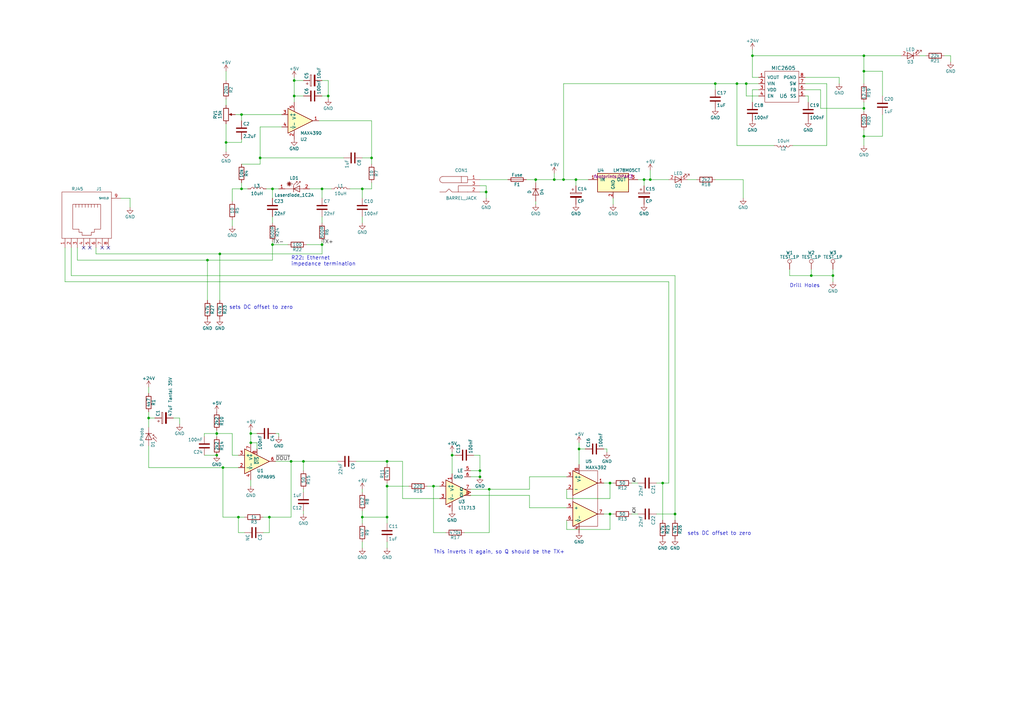
<source format=kicad_sch>
(kicad_sch (version 20231120) (generator "eeschema") (generator_version "8.0")
  (paper "A3")
  (lib_symbols
    (symbol "ethernet-rescue:+24V" (power) (pin_names (offset 0))
      (property "Value" "+24V" (at 0 3.556 0))
      (symbol "+24V_1_1"
        (pin power_in line (at 0 0 90) (length 0) hide (name "+24V") (number "1"))
      )
    )
    (symbol "ethernet-rescue:+5V" (power) (pin_names (offset 0))
      (property "Value" "+5V" (at 0 3.556 0))
      (symbol "+5V_1_1"
        (pin power_in line (at 0 0 90) (length 0) hide (name "+5V") (number "1"))
      )
    )
    (symbol "ethernet-rescue:+9V" (power) (pin_names (offset 0))
      (property "Value" "+9V" (at 0 3.556 0))
      (symbol "+9V_1_1"
        (pin power_in line (at 0 0 90) (length 0) hide (name "+9V") (number "1"))
      )
    )
    (symbol "ethernet-rescue:BARREL_JACK" (pin_names (offset 1.016))
      (property "Reference" "CON" (at 0 6.35 0))
      (property "Value" "BARREL_JACK" (at 0 -5.08 0))
      (symbol "BARREL_JACK_1_1"
        (pin passive line (at 7.62 2.54 180) (length 5.08) (name "~") (number "1"))
        (pin passive line (at 7.62 -2.54 180) (length 5.08) (name "~") (number "2"))
        (pin passive line (at 7.62 0 180) (length 5.08) (name "~") (number "3"))
      )
    )
    (symbol "ethernet-rescue:C" (pin_numbers hide) (pin_names (offset 0.254))
      (property "Reference" "C" (at 0.635 2.54 0))
      (property "Value" "C" (at 0.635 -2.54 0))
      (symbol "C_1_1"
        (pin passive line (at 0 3.81 270) (length 2.794) (name "~") (number "1"))
        (pin passive line (at 0 -3.81 90) (length 2.794) (name "~") (number "2"))
      )
    )
    (symbol "ethernet-rescue:CP" (pin_numbers hide) (pin_names (offset 0.254))
      (property "Reference" "C" (at 0.635 2.54 0))
      (property "Value" "CP" (at 0.635 -2.54 0))
      (symbol "CP_1_1"
        (pin passive line (at 0 3.81 270) (length 2.794) (name "~") (number "1"))
        (pin passive line (at 0 -3.81 90) (length 2.794) (name "~") (number "2"))
      )
    )
    (symbol "ethernet-rescue:D" (pin_numbers hide) (pin_names (offset 1.016) hide)
      (property "Reference" "D" (at 0 2.54 0))
      (property "Value" "D" (at 0 -2.54 0))
      (symbol "D_1_1"
        (pin passive line (at -3.81 0 0) (length 2.54) (name "K") (number "1"))
        (pin passive line (at 3.81 0 180) (length 2.54) (name "A") (number "2"))
      )
    )
    (symbol "ethernet-rescue:D_Photo" (pin_numbers hide) (pin_names (offset 1.016) hide)
      (property "Reference" "D" (at 0.508 1.778 0))
      (property "Value" "D_Photo" (at -1.016 -2.794 0))
      (symbol "D_Photo_1_1"
        (pin passive line (at -5.08 0 0) (length 2.54) (name "K") (number "1"))
        (pin passive line (at 2.54 0 180) (length 2.54) (name "A") (number "2"))
      )
    )
    (symbol "ethernet-rescue:Fuse" (pin_numbers hide) (pin_names (offset 0))
      (property "Reference" "F" (at 2.032 0 90))
      (property "Value" "Fuse" (at -1.905 0 90))
      (symbol "Fuse_1_1"
        (pin passive line (at 0 3.81 270) (length 1.27) (name "~") (number "1"))
        (pin passive line (at 0 -3.81 90) (length 1.27) (name "~") (number "2"))
      )
    )
    (symbol "ethernet-rescue:GND" (power) (pin_names (offset 0))
      (property "Value" "GND" (at 0 -3.81 0))
      (symbol "GND_1_1"
        (pin power_in line (at 0 0 270) (length 0) hide (name "GND") (number "1"))
      )
    )
    (symbol "ethernet-rescue:L" (pin_numbers hide) (pin_names (offset 1.016) hide)
      (property "Reference" "L" (at -1.27 0 90))
      (property "Value" "L" (at 1.905 0 90))
      (symbol "L_1_1"
        (pin passive line (at 0 3.81 270) (length 1.27) (name "1") (number "1"))
        (pin passive line (at 0 -3.81 90) (length 1.27) (name "2") (number "2"))
      )
    )
    (symbol "ethernet-rescue:LED" (pin_names (offset 1.016) hide)
      (property "Reference" "D" (at 0 2.54 0))
      (property "Value" "LED" (at 0 -2.54 0))
      (symbol "LED_1_1"
        (pin passive line (at -3.81 0 0) (length 2.54) (name "K") (number "1"))
        (pin passive line (at 3.81 0 180) (length 2.54) (name "A") (number "2"))
      )
    )
    (symbol "ethernet-rescue:LM78M05CT" (pin_names (offset 1.016))
      (property "Reference" "U" (at -5.08 5.08 0))
      (property "Value" "LM78M05CT" (at 0 5.08 0))
      (property "Footprint" "TO-220" (at 0 2.54 0))
      (symbol "LM78M05CT_1_1"
        (pin input line (at -10.16 1.27 0) (length 3.81) (name "IN") (number "1"))
        (pin power_in line (at 0 -6.35 90) (length 2.54) (name "GND") (number "2"))
        (pin power_out line (at 10.16 1.27 180) (length 3.81) (name "OUT") (number "3"))
      )
    )
    (symbol "ethernet-rescue:Laserdiode_1C2A" (pin_names (offset 1.016) hide)
      (property "Reference" "LD" (at -1.27 4.445 0))
      (property "Value" "Laserdiode_1C2A" (at -1.27 -2.54 0))
      (symbol "Laserdiode_1C2A_1_1"
        (pin passive line (at -7.62 0 0) (length 2.54) (name "K") (number "1"))
        (pin passive line (at 5.08 0 180) (length 2.54) (name "A") (number "2"))
      )
    )
    (symbol "ethernet-rescue:POT" (pin_numbers hide) (pin_names (offset 1.016) hide)
      (property "Reference" "RV" (at -4.445 0 90))
      (property "Value" "POT" (at -2.54 0 90))
      (symbol "POT_1_1"
        (pin passive line (at 0 3.81 270) (length 1.27) (name "1") (number "1"))
        (pin passive line (at 3.81 0 180) (length 1.27) (name "2") (number "2"))
        (pin passive line (at 0 -3.81 90) (length 1.27) (name "3") (number "3"))
      )
    )
    (symbol "ethernet-rescue:R" (pin_numbers hide) (pin_names (offset 0))
      (property "Reference" "R" (at 2.032 0 90))
      (property "Value" "R" (at 0 0 90))
      (symbol "R_1_1"
        (pin passive line (at 0 3.81 270) (length 1.27) (name "~") (number "1"))
        (pin passive line (at 0 -3.81 90) (length 1.27) (name "~") (number "2"))
      )
    )
    (symbol "ethernet-rescue:RJ45" (pin_names (offset 1.016))
      (property "Reference" "J" (at 5.08 12.7 0))
      (property "Value" "RJ45" (at -3.81 12.7 0))
      (symbol "RJ45_1_1"
        (pin passive line (at -8.89 -11.43 90) (length 3.81) (name "~") (number "1"))
        (pin passive line (at -6.35 -11.43 90) (length 3.81) (name "~") (number "2"))
        (pin passive line (at -3.81 -11.43 90) (length 3.81) (name "~") (number "3"))
        (pin passive line (at -1.27 -11.43 90) (length 3.81) (name "~") (number "4"))
        (pin passive line (at 1.27 -11.43 90) (length 3.81) (name "~") (number "5"))
        (pin passive line (at 3.81 -11.43 90) (length 3.81) (name "~") (number "6"))
        (pin passive line (at 6.35 -11.43 90) (length 3.81) (name "~") (number "7"))
        (pin passive line (at 8.89 -11.43 90) (length 3.81) (name "~") (number "8"))
        (pin passive line (at 13.97 8.89 180) (length 3.81) (name "SHIELD") (number "9"))
      )
    )
    (symbol "ethernet-rescue:TEST_1P" (pin_numbers hide) (pin_names (offset 0.762) hide)
      (property "Reference" "W" (at 0 6.858 0))
      (property "Value" "TEST_1P" (at 0 5.08 0))
      (symbol "TEST_1P_1_1"
        (pin passive line (at 0 0 90) (length 2.54) (name "1") (number "1"))
      )
    )
    (symbol "ethernet:LT1713"
      (property "Reference" "U" (at 2.54 -3.81 0))
      (property "Value" "LT1713" (at 2.54 -6.35 0))
      (property "Datasheet" "https://datasheets.maximintegrated.com/en/ds/MAX4389-MAX4396.pdf" (at 2.54 5.08 0))
      (symbol "LT1713_0_1"
        (pin power_in line (at 0 7.62 270) (length 3.81) (name "V+") (number "1"))
        (pin power_in line (at 0 -7.62 90) (length 3.81) (name "V-") (number "4"))
      )
      (symbol "LT1713_1_1"
        (pin input line (at -5.08 2.54 0) (length 2.54) (name "+") (number "2"))
        (pin input line (at -5.08 -2.54 0) (length 2.54) (name "-") (number "3"))
        (pin output line (at 7.62 8.89 180) (length 2.54) (name "LE") (number "5"))
        (pin output line (at 7.62 6.35 180) (length 2.54) (name "GND") (number "6"))
        (pin output line (at 7.62 1.27 180) (length 2.54) (name "Q") (number "7"))
        (pin output line (at 7.62 -1.27 180) (length 2.54) (name "~{Q}") (number "8"))
      )
    )
    (symbol "ethernet:MAX4390"
      (property "Reference" "U" (at 2.54 5.08 0))
      (property "Value" "MAX4390" (at 2.54 -5.08 0))
      (property "Datasheet" "https://datasheets.maximintegrated.com/en/ds/MAX4389-MAX4396.pdf" (at 2.54 5.08 0))
      (symbol "MAX4390_0_1"
        (pin power_in line (at 0 -7.62 90) (length 3.81) (name "V-") (number "2"))
        (pin power_in line (at 0 7.62 270) (length 3.81) (name "V+") (number "5"))
      )
      (symbol "MAX4390_1_1"
        (pin output line (at 10.16 0 180) (length 2.54) (name "~") (number "1"))
        (pin input line (at -5.08 2.54 0) (length 2.54) (name "+") (number "3"))
        (pin input line (at -5.08 -2.54 0) (length 2.54) (name "-") (number "4"))
      )
    )
    (symbol "ethernet:MAX4392"
      (property "Reference" "U" (at 2.54 8.89 0))
      (property "Value" "MAX4392" (at 2.54 6.35 0))
      (property "Datasheet" "https://datasheets.maximintegrated.com/en/ds/MAX4389-MAX4396.pdf" (at 2.54 5.08 0))
      (symbol "MAX4392_0_1"
        (pin power_in line (at 0 -20.32 90) (length 3.81) (name "V-") (number "4"))
        (pin power_in line (at 0 7.62 270) (length 3.81) (name "V+") (number "8"))
      )
      (symbol "MAX4392_1_1"
        (pin output line (at 10.16 0 180) (length 2.54) (name "~") (number "1"))
        (pin input line (at -5.08 -2.54 0) (length 2.54) (name "-") (number "2"))
        (pin input line (at -5.08 2.54 0) (length 2.54) (name "+") (number "3"))
        (pin input line (at -5.08 -10.16 0) (length 2.54) (name "+") (number "5"))
        (pin input line (at -5.08 -15.24 0) (length 2.54) (name "-") (number "6"))
        (pin output line (at 10.16 -12.7 180) (length 2.54) (name "~") (number "7"))
      )
    )
    (symbol "ethernet:MIC2605" (pin_names (offset 1.016))
      (property "Reference" "U" (at 1.27 -5.08 0))
      (property "Value" "MIC2605" (at 1.27 6.35 0))
      (symbol "MIC2605_1_1"
        (pin input line (at -8.89 2.54 0) (length 2.54) (name "VOUT") (number "1"))
        (pin input line (at -8.89 0 0) (length 2.54) (name "VIN") (number "2"))
        (pin input line (at -8.89 -2.54 0) (length 2.54) (name "VDD") (number "3"))
        (pin input line (at -8.89 -5.08 0) (length 2.54) (name "EN") (number "4"))
        (pin input line (at 10.16 -5.08 180) (length 2.54) (name "SS") (number "5"))
        (pin input line (at 10.16 -2.54 180) (length 2.54) (name "FB") (number "6"))
        (pin input line (at 10.16 0 180) (length 2.54) (name "SW") (number "7"))
        (pin input line (at 10.16 2.54 180) (length 2.54) (name "PGND") (number "8"))
      )
    )
    (symbol "ethernet:OPA695"
      (property "Reference" "U" (at 2.54 -3.81 0))
      (property "Value" "OPA695" (at 2.54 -6.35 0))
      (property "Datasheet" "https://datasheets.maximintegrated.com/en/ds/MAX4389-MAX4396.pdf" (at 2.54 5.08 0))
      (symbol "OPA695_0_1"
        (pin power_in line (at 0 -7.62 90) (length 3.81) (name "V-") (number "4"))
        (pin power_in line (at 0 7.62 270) (length 3.81) (name "V+") (number "7"))
      )
      (symbol "OPA695_1_1"
        (pin input line (at -5.08 -2.54 0) (length 2.54) (name "-") (number "2"))
        (pin input line (at -5.08 2.54 0) (length 2.54) (name "+") (number "3"))
        (pin output line (at 10.16 0 180) (length 2.54) (name "~") (number "6"))
        (pin output line (at 2.54 5.08 270) (length 2.54) (name "~{DIS}") (number "8"))
      )
    )
  )
  (junction (at 106.68 64.77))
  (junction (at 200.66 200.66))
  (junction (at 88.9 186.69))
  (junction (at 354.33 29.21))
  (junction (at 354.33 22.86))
  (junction (at 185.42 186.69))
  (junction (at 158.75 199.39))
  (junction (at 354.33 44.45))
  (junction (at 308.61 22.86))
  (junction (at 196.85 195.58))
  (junction (at 111.76 100.33))
  (junction (at 196.85 193.04))
  (junction (at 91.44 191.77))
  (junction (at 276.86 210.82))
  (junction (at 236.22 73.66))
  (junction (at 271.78 198.12))
  (junction (at 110.49 212.09))
  (junction (at 250.19 210.82))
  (junction (at 219.71 73.66))
  (junction (at 158.75 212.09))
  (junction (at 132.08 100.33))
  (junction (at 231.14 73.66))
  (junction (at 90.17 104.14))
  (junction (at 134.62 39.37))
  (junction (at 302.26 34.29))
  (junction (at 152.4 64.77))
  (junction (at 102.87 181.61))
  (junction (at 293.37 34.29))
  (junction (at 250.19 198.12))
  (junction (at 341.63 113.03))
  (junction (at 99.06 77.47))
  (junction (at 120.65 39.37))
  (junction (at 111.76 77.47))
  (junction (at 266.7 73.66))
  (junction (at 354.33 55.88))
  (junction (at 199.39 78.74))
  (junction (at 148.59 212.09))
  (junction (at 88.9 177.8))
  (junction (at 97.79 212.09))
  (junction (at 332.74 113.03))
  (junction (at 148.59 77.47))
  (junction (at 264.16 73.66))
  (junction (at 227.33 73.66))
  (junction (at 60.96 171.45))
  (junction (at 120.65 33.02))
  (junction (at 158.75 189.23))
  (junction (at 99.06 46.99))
  (junction (at 85.09 106.68))
  (junction (at 132.08 77.47))
  (junction (at 237.49 184.15))
  (junction (at 119.38 189.23))
  (junction (at 306.07 34.29))
  (junction (at 92.71 58.42))
  (junction (at 177.8 199.39))
  (junction (at 124.46 189.23))
  (junction (at 102.87 177.8))
  (no_connect (at 44.45 101.6))
  (no_connect (at 41.91 101.6))
  (no_connect (at 36.83 101.6))
  (no_connect (at 34.29 101.6))
  (wire (pts (xy 339.09 59.69) (xy 325.12 59.69)))
  (wire (pts (xy 269.24 198.12) (xy 271.78 198.12)))
  (wire (pts (xy 193.04 200.66) (xy 200.66 200.66)))
  (wire (pts (xy 250.19 217.17) (xy 250.19 210.82)))
  (wire (pts (xy 110.49 218.44) (xy 110.49 212.09)))
  (wire (pts (xy 97.79 218.44) (xy 97.79 212.09)))
  (wire (pts (xy 134.62 33.02) (xy 134.62 39.37)))
  (wire (pts (xy 193.04 193.04) (xy 196.85 193.04)))
  (wire (pts (xy 330.2 31.75) (xy 344.17 31.75)))
  (wire (pts (xy 354.33 22.86) (xy 369.57 22.86)))
  (wire (pts (xy 92.71 50.8) (xy 92.71 58.42)))
  (wire (pts (xy 102.87 199.39) (xy 102.87 196.85)))
  (wire (pts (xy 60.96 168.91) (xy 60.96 171.45)))
  (wire (pts (xy 90.17 104.14) (xy 132.08 104.14)))
  (wire (pts (xy 308.61 22.86) (xy 354.33 22.86)))
  (wire (pts (xy 354.33 44.45) (xy 354.33 45.72)))
  (wire (pts (xy 148.59 209.55) (xy 148.59 212.09)))
  (wire (pts (xy 96.52 46.99) (xy 99.06 46.99)))
  (wire (pts (xy 99.06 46.99) (xy 115.57 46.99)))
  (wire (pts (xy 148.59 91.44) (xy 148.59 88.9)))
  (wire (pts (xy 124.46 39.37) (xy 120.65 39.37)))
  (wire (pts (xy 105.41 177.8) (xy 102.87 177.8)))
  (wire (pts (xy 354.33 29.21) (xy 361.95 29.21)))
  (wire (pts (xy 158.75 224.79) (xy 158.75 222.25)))
  (wire (pts (xy 261.62 210.82) (xy 259.08 210.82)))
  (wire (pts (xy 106.68 67.31) (xy 99.06 67.31)))
  (wire (pts (xy 165.1 189.23) (xy 165.1 204.47)))
  (wire (pts (xy 26.67 115.57) (xy 274.32 115.57)))
  (wire (pts (xy 60.96 161.29) (xy 60.96 158.75)))
  (wire (pts (xy 152.4 64.77) (xy 152.4 67.31)))
  (wire (pts (xy 227.33 73.66) (xy 227.33 71.12)))
  (wire (pts (xy 92.71 43.18) (xy 92.71 40.64)))
  (wire (pts (xy 111.76 100.33) (xy 111.76 106.68)))
  (wire (pts (xy 389.89 22.86) (xy 389.89 25.4)))
  (wire (pts (xy 250.19 204.47) (xy 250.19 198.12)))
  (wire (pts (xy 92.71 58.42) (xy 92.71 62.23)))
  (wire (pts (xy 306.07 34.29) (xy 311.15 34.29)))
  (wire (pts (xy 261.62 73.66) (xy 264.16 73.66)))
  (wire (pts (xy 175.26 199.39) (xy 177.8 199.39)))
  (wire (pts (xy 200.66 200.66) (xy 200.66 218.44)))
  (wire (pts (xy 339.09 34.29) (xy 339.09 59.69)))
  (wire (pts (xy 53.34 81.28) (xy 53.34 85.09)))
  (wire (pts (xy 219.71 73.66) (xy 227.33 73.66)))
  (wire (pts (xy 124.46 210.82) (xy 124.46 209.55)))
  (wire (pts (xy 308.61 31.75) (xy 311.15 31.75)))
  (wire (pts (xy 113.03 177.8) (xy 114.3 177.8)))
  (wire (pts (xy 83.82 177.8) (xy 88.9 177.8)))
  (wire (pts (xy 95.25 90.17) (xy 95.25 92.71)))
  (wire (pts (xy 111.76 81.28) (xy 111.76 77.47)))
  (wire (pts (xy 132.08 91.44) (xy 132.08 88.9)))
  (wire (pts (xy 354.33 55.88) (xy 354.33 59.69)))
  (wire (pts (xy 148.59 77.47) (xy 152.4 77.47)))
  (wire (pts (xy 185.42 185.42) (xy 185.42 186.69)))
  (wire (pts (xy 266.7 73.66) (xy 274.32 73.66)))
  (wire (pts (xy 99.06 77.47) (xy 101.6 77.47)))
  (wire (pts (xy 237.49 184.15) (xy 237.49 190.5)))
  (wire (pts (xy 231.14 73.66) (xy 236.22 73.66)))
  (wire (pts (xy 71.12 171.45) (xy 73.66 171.45)))
  (wire (pts (xy 63.5 171.45) (xy 60.96 171.45)))
  (wire (pts (xy 185.42 186.69) (xy 185.42 194.31)))
  (wire (pts (xy 200.66 200.66) (xy 217.17 200.66)))
  (wire (pts (xy 83.82 177.8) (xy 83.82 179.07)))
  (wire (pts (xy 95.25 77.47) (xy 95.25 82.55)))
  (wire (pts (xy 331.47 39.37) (xy 330.2 39.37)))
  (wire (pts (xy 217.17 195.58) (xy 232.41 195.58)))
  (wire (pts (xy 361.95 55.88) (xy 354.33 55.88)))
  (wire (pts (xy 29.21 113.03) (xy 276.86 113.03)))
  (wire (pts (xy 102.87 176.53) (xy 102.87 177.8)))
  (wire (pts (xy 134.62 39.37) (xy 132.08 39.37)))
  (wire (pts (xy 261.62 198.12) (xy 259.08 198.12)))
  (wire (pts (xy 106.68 52.07) (xy 106.68 64.77)))
  (wire (pts (xy 124.46 33.02) (xy 120.65 33.02)))
  (wire (pts (xy 177.8 199.39) (xy 177.8 218.44)))
  (wire (pts (xy 185.42 186.69) (xy 186.69 186.69)))
  (wire (pts (xy 354.33 29.21) (xy 354.33 34.29)))
  (wire (pts (xy 354.33 53.34) (xy 354.33 55.88)))
  (wire (pts (xy 196.85 186.69) (xy 196.85 193.04)))
  (wire (pts (xy 308.61 20.32) (xy 308.61 22.86)))
  (wire (pts (xy 102.87 177.8) (xy 102.87 181.61)))
  (wire (pts (xy 132.08 77.47) (xy 135.89 77.47)))
  (wire (pts (xy 120.65 33.02) (xy 120.65 39.37)))
  (wire (pts (xy 148.59 224.79) (xy 148.59 222.25)))
  (wire (pts (xy 165.1 204.47) (xy 180.34 204.47)))
  (wire (pts (xy 148.59 212.09) (xy 148.59 214.63)))
  (wire (pts (xy 114.3 177.8) (xy 114.3 179.07)))
  (wire (pts (xy 193.04 203.2) (xy 217.17 203.2)))
  (wire (pts (xy 120.65 31.75) (xy 120.65 33.02)))
  (wire (pts (xy 231.14 34.29) (xy 293.37 34.29)))
  (wire (pts (xy 85.09 106.68) (xy 31.75 106.68)))
  (wire (pts (xy 119.38 212.09) (xy 119.38 189.23)))
  (wire (pts (xy 143.51 77.47) (xy 148.59 77.47)))
  (wire (pts (xy 177.8 199.39) (xy 180.34 199.39)))
  (wire (pts (xy 208.28 73.66) (xy 196.85 73.66)))
  (wire (pts (xy 148.59 77.47) (xy 148.59 81.28)))
  (wire (pts (xy 111.76 91.44) (xy 111.76 88.9)))
  (wire (pts (xy 91.44 212.09) (xy 97.79 212.09)))
  (wire (pts (xy 311.15 36.83) (xy 308.61 36.83)))
  (wire (pts (xy 336.55 44.45) (xy 354.33 44.45)))
  (wire (pts (xy 231.14 34.29) (xy 231.14 73.66)))
  (wire (pts (xy 354.33 41.91) (xy 354.33 44.45)))
  (wire (pts (xy 271.78 198.12) (xy 274.32 198.12)))
  (wire (pts (xy 330.2 34.29) (xy 339.09 34.29)))
  (wire (pts (xy 336.55 36.83) (xy 336.55 44.45)))
  (wire (pts (xy 26.67 101.6) (xy 26.67 115.57)))
  (wire (pts (xy 99.06 74.93) (xy 99.06 77.47)))
  (wire (pts (xy 332.74 113.03) (xy 341.63 113.03)))
  (wire (pts (xy 236.22 73.66) (xy 241.3 73.66)))
  (wire (pts (xy 232.41 204.47) (xy 232.41 200.66)))
  (wire (pts (xy 88.9 177.8) (xy 88.9 179.07)))
  (wire (pts (xy 99.06 58.42) (xy 92.71 58.42)))
  (wire (pts (xy 274.32 198.12) (xy 274.32 115.57)))
  (wire (pts (xy 158.75 190.5) (xy 158.75 189.23)))
  (wire (pts (xy 111.76 77.47) (xy 114.3 77.47)))
  (wire (pts (xy 217.17 208.28) (xy 232.41 208.28)))
  (wire (pts (xy 158.75 199.39) (xy 167.64 199.39)))
  (wire (pts (xy 106.68 64.77) (xy 140.97 64.77)))
  (wire (pts (xy 236.22 76.2) (xy 236.22 73.66)))
  (wire (pts (xy 49.53 81.28) (xy 53.34 81.28)))
  (wire (pts (xy 308.61 22.86) (xy 308.61 31.75)))
  (wire (pts (xy 107.95 218.44) (xy 110.49 218.44)))
  (wire (pts (xy 132.08 104.14) (xy 132.08 100.33)))
  (wire (pts (xy 341.63 113.03) (xy 341.63 115.57)))
  (wire (pts (xy 158.75 198.12) (xy 158.75 199.39)))
  (wire (pts (xy 251.46 83.82) (xy 251.46 81.28)))
  (wire (pts (xy 127 77.47) (xy 132.08 77.47)))
  (wire (pts (xy 196.85 76.2) (xy 199.39 76.2)))
  (wire (pts (xy 90.17 123.19) (xy 90.17 104.14)))
  (wire (pts (xy 199.39 76.2) (xy 199.39 78.74)))
  (wire (pts (xy 111.76 99.06) (xy 111.76 100.33)))
  (wire (pts (xy 219.71 83.82) (xy 219.71 82.55)))
  (wire (pts (xy 111.76 106.68) (xy 85.09 106.68)))
  (wire (pts (xy 293.37 34.29) (xy 302.26 34.29)))
  (wire (pts (xy 219.71 74.93) (xy 219.71 73.66)))
  (wire (pts (xy 119.38 189.23) (xy 124.46 189.23)))
  (wire (pts (xy 106.68 52.07) (xy 115.57 52.07)))
  (wire (pts (xy 323.85 113.03) (xy 332.74 113.03)))
  (wire (pts (xy 196.85 78.74) (xy 199.39 78.74)))
  (wire (pts (xy 132.08 33.02) (xy 134.62 33.02)))
  (wire (pts (xy 130.81 49.53) (xy 152.4 49.53)))
  (wire (pts (xy 132.08 81.28) (xy 132.08 77.47)))
  (wire (pts (xy 113.03 189.23) (xy 119.38 189.23)))
  (wire (pts (xy 148.59 64.77) (xy 152.4 64.77)))
  (wire (pts (xy 39.37 104.14) (xy 90.17 104.14)))
  (wire (pts (xy 132.08 100.33) (xy 132.08 99.06)))
  (wire (pts (xy 158.75 189.23) (xy 165.1 189.23)))
  (wire (pts (xy 293.37 36.83) (xy 293.37 34.29)))
  (wire (pts (xy 379.73 22.86) (xy 377.19 22.86)))
  (wire (pts (xy 91.44 191.77) (xy 97.79 191.77)))
  (wire (pts (xy 88.9 177.8) (xy 95.25 177.8)))
  (wire (pts (xy 341.63 110.49) (xy 341.63 113.03)))
  (wire (pts (xy 95.25 186.69) (xy 97.79 186.69)))
  (wire (pts (xy 276.86 113.03) (xy 276.86 210.82)))
  (wire (pts (xy 264.16 76.2) (xy 264.16 73.66)))
  (wire (pts (xy 306.07 39.37) (xy 306.07 34.29)))
  (wire (pts (xy 152.4 49.53) (xy 152.4 64.77)))
  (wire (pts (xy 271.78 198.12) (xy 271.78 213.36)))
  (wire (pts (xy 247.65 184.15) (xy 248.92 184.15)))
  (wire (pts (xy 331.47 41.91) (xy 331.47 39.37)))
  (wire (pts (xy 199.39 78.74) (xy 199.39 81.28)))
  (wire (pts (xy 276.86 210.82) (xy 276.86 213.36)))
  (wire (pts (xy 92.71 33.02) (xy 92.71 29.21)))
  (wire (pts (xy 148.59 200.66) (xy 148.59 201.93)))
  (wire (pts (xy 232.41 217.17) (xy 232.41 213.36)))
  (wire (pts (xy 125.73 100.33) (xy 132.08 100.33)))
  (wire (pts (xy 124.46 189.23) (xy 124.46 193.04)))
  (wire (pts (xy 124.46 201.93) (xy 124.46 200.66)))
  (wire (pts (xy 293.37 73.66) (xy 304.8 73.66)))
  (wire (pts (xy 302.26 34.29) (xy 302.26 59.69)))
  (wire (pts (xy 302.26 59.69) (xy 317.5 59.69)))
  (wire (pts (xy 227.33 73.66) (xy 231.14 73.66)))
  (wire (pts (xy 146.05 189.23) (xy 158.75 189.23)))
  (wire (pts (xy 120.65 39.37) (xy 120.65 41.91)))
  (wire (pts (xy 109.22 77.47) (xy 111.76 77.47)))
  (wire (pts (xy 177.8 218.44) (xy 182.88 218.44)))
  (wire (pts (xy 361.95 29.21) (xy 361.95 39.37)))
  (wire (pts (xy 250.19 210.82) (xy 251.46 210.82)))
  (wire (pts (xy 232.41 217.17) (xy 250.19 217.17)))
  (wire (pts (xy 344.17 31.75) (xy 344.17 34.29)))
  (wire (pts (xy 200.66 218.44) (xy 190.5 218.44)))
  (wire (pts (xy 60.96 171.45) (xy 60.96 175.26)))
  (wire (pts (xy 311.15 39.37) (xy 306.07 39.37)))
  (wire (pts (xy 281.94 73.66) (xy 285.75 73.66)))
  (wire (pts (xy 308.61 36.83) (xy 308.61 41.91)))
  (wire (pts (xy 100.33 218.44) (xy 97.79 218.44)))
  (wire (pts (xy 110.49 212.09) (xy 119.38 212.09)))
  (wire (pts (xy 237.49 181.61) (xy 237.49 184.15)))
  (wire (pts (xy 387.35 22.86) (xy 389.89 22.86)))
  (wire (pts (xy 269.24 210.82) (xy 276.86 210.82)))
  (wire (pts (xy 95.25 77.47) (xy 99.06 77.47)))
  (wire (pts (xy 217.17 203.2) (xy 217.17 208.28)))
  (wire (pts (xy 118.11 100.33) (xy 111.76 100.33)))
  (wire (pts (xy 73.66 171.45) (xy 73.66 173.99)))
  (wire (pts (xy 196.85 193.04) (xy 196.85 195.58)))
  (wire (pts (xy 250.19 198.12) (xy 251.46 198.12)))
  (wire (pts (xy 264.16 73.66) (xy 266.7 73.66)))
  (wire (pts (xy 158.75 212.09) (xy 158.75 214.63)))
  (wire (pts (xy 354.33 22.86) (xy 354.33 29.21)))
  (wire (pts (xy 332.74 110.49) (xy 332.74 113.03)))
  (wire (pts (xy 95.25 177.8) (xy 95.25 186.69)))
  (wire (pts (xy 85.09 123.19) (xy 85.09 106.68)))
  (wire (pts (xy 102.87 181.61) (xy 105.41 181.61)))
  (wire (pts (xy 88.9 176.53) (xy 88.9 177.8)))
  (wire (pts (xy 124.46 189.23) (xy 138.43 189.23)))
  (wire (pts (xy 323.85 110.49) (xy 323.85 113.03)))
  (wire (pts (xy 194.31 186.69) (xy 196.85 186.69)))
  (wire (pts (xy 247.65 210.82) (xy 250.19 210.82)))
  (wire (pts (xy 361.95 46.99) (xy 361.95 55.88)))
  (wire (pts (xy 60.96 182.88) (xy 60.96 191.77)))
  (wire (pts (xy 158.75 199.39) (xy 158.75 212.09)))
  (wire (pts (xy 134.62 39.37) (xy 134.62 40.64)))
  (wire (pts (xy 99.06 49.53) (xy 99.06 46.99)))
  (wire (pts (xy 60.96 191.77) (xy 91.44 191.77)))
  (wire (pts (xy 83.82 186.69) (xy 88.9 186.69)))
  (wire (pts (xy 247.65 198.12) (xy 250.19 198.12)))
  (wire (pts (xy 237.49 184.15) (xy 240.03 184.15)))
  (wire (pts (xy 148.59 212.09) (xy 158.75 212.09)))
  (wire (pts (xy 91.44 191.77) (xy 91.44 212.09)))
  (wire (pts (xy 217.17 200.66) (xy 217.17 195.58)))
  (wire (pts (xy 105.41 181.61) (xy 105.41 184.15)))
  (wire (pts (xy 152.4 77.47) (xy 152.4 74.93)))
  (wire (pts (xy 106.68 64.77) (xy 106.68 67.31)))
  (wire (pts (xy 302.26 34.29) (xy 306.07 34.29)))
  (wire (pts (xy 97.79 212.09) (xy 100.33 212.09)))
  (wire (pts (xy 232.41 204.47) (xy 250.19 204.47)))
  (wire (pts (xy 248.92 184.15) (xy 248.92 185.42)))
  (wire (pts (xy 31.75 101.6) (xy 31.75 106.68)))
  (wire (pts (xy 330.2 36.83) (xy 336.55 36.83)))
  (wire (pts (xy 215.9 73.66) (xy 219.71 73.66)))
  (wire (pts (xy 29.21 101.6) (xy 29.21 113.03)))
  (wire (pts (xy 39.37 101.6) (xy 39.37 104.14)))
  (wire (pts (xy 107.95 212.09) (xy 110.49 212.09)))
  (wire (pts (xy 99.06 57.15) (xy 99.06 58.42)))
  (wire (pts (xy 193.04 195.58) (xy 196.85 195.58)))
  (wire (pts (xy 266.7 73.66) (xy 266.7 69.85)))
  (wire (pts (xy 304.8 73.66) (xy 304.8 81.28)))
  (text "Drill Holes\n" (at 323.85 118.11 0) (effects (font (size 1.524 1.524)) (justify left bottom)))
  (text "This inverts it again, so Q should be the TX+" (at 177.8 227.33 0) (effects (font (size 1.524 1.524)) (justify left bottom)))
  (text "R22: Ethernet\nimpedance termination" (at 119.38 109.22 0) (effects (font (size 1.524 1.524)) (justify left bottom)))
  (text "sets DC offset to zero" (at 93.98 127 0) (effects (font (size 1.524 1.524)) (justify left bottom)))
  (text "sets DC offset to zero" (at 281.94 219.71 0) (effects (font (size 1.524 1.524)) (justify left bottom)))
  (label "TX-" (at 111.76 100.33 0) (effects (font (size 1.524 1.524))))
  (label "TX+" (at 132.08 100.33 0) (effects (font (size 1.524 1.524))))
  (label "~{Q}" (at 259.08 210.82 0) (effects (font (size 1.524 1.524))))
  (label "~{DOUT}" (at 113.03 189.23 0) (effects (font (size 1.524 1.524))))
  (label "Q" (at 259.08 198.12 0) (effects (font (size 1.524 1.524))))
  (symbol (lib_id "ethernet:MAX4390") (at 120.65 49.53 0) (unit 1)
    (property "Reference" "U2" (at 123.19 57.15 0) (effects (justify left)))
    (property "Value" "MAX4390" (at 123.19 54.61 0) (effects (justify left)))
    (property "Footprint" "TO_SOT_Packages_SMD:SOT-23-5" (effects (hide yes)))
  )
  (symbol (lib_id "ethernet-rescue:R") (at 95.25 86.36 0) (unit 1)
    (property "Reference" "R5" (at 97.282 86.36 90))
    (property "Value" "10" (at 95.25 86.36 90))
    (property "Footprint" "Resistors_SMD:R_0603_HandSoldering" (effects (hide yes)))
  )
  (symbol (lib_id "ethernet-rescue:Laserdiode_1C2A") (at 121.92 77.47 0) (unit 1)
    (property "Reference" "LD1" (at 120.65 73.025 0))
    (property "Value" "Laserdiode_1C2A" (at 120.65 80.01 0))
    (property "Footprint" "footprints:laserdiode_6mm" (effects (hide yes)))
  )
  (symbol (lib_id "ethernet-rescue:L") (at 139.7 77.47 270) (unit 1)
    (property "Reference" "L1" (at 139.7 76.2 90))
    (property "Value" "10uH" (at 139.7 79.375 90))
    (property "Footprint" "Capacitors_SMD:C_1210_HandSoldering" (effects (hide yes)))
  )
  (symbol (lib_id "ethernet-rescue:C") (at 132.08 85.09 0) (unit 1)
    (property "Reference" "C7" (at 132.715 82.55 0) (effects (justify left)))
    (property "Value" "22nF" (at 132.715 87.63 0) (effects (justify left)))
    (property "Footprint" "Capacitors_SMD:C_0603_HandSoldering" (effects (hide yes)))
  )
  (symbol (lib_id "ethernet-rescue:R") (at 132.08 95.25 0) (unit 1)
    (property "Reference" "R6" (at 134.112 95.25 90))
    (property "Value" "500R" (at 132.08 95.25 90))
    (property "Footprint" "Resistors_SMD:R_0603_HandSoldering" (effects (hide yes)))
  )
  (symbol (lib_id "ethernet-rescue:GND") (at 95.25 92.71 0) (unit 1)
    (property "Reference" "#PWR01" (effects (hide yes)))
    (property "Value" "GND" (at 95.25 96.52 0))
  )
  (symbol (lib_id "ethernet-rescue:GND") (at 120.65 57.15 0) (unit 1)
    (property "Reference" "#PWR02" (effects (hide yes)))
    (property "Value" "GND" (at 120.65 60.96 0))
  )
  (symbol (lib_id "ethernet-rescue:POT") (at 92.71 46.99 0) (unit 1)
    (property "Reference" "RV1" (at 88.265 46.99 90))
    (property "Value" "15k" (at 90.17 46.99 90))
    (property "Footprint" "footprints:TC33k" (effects (hide yes)))
  )
  (symbol (lib_id "ethernet-rescue:+5V") (at 92.71 29.21 0) (unit 1)
    (property "Reference" "#PWR03" (effects (hide yes)))
    (property "Value" "+5V" (at 92.71 25.654 0))
  )
  (symbol (lib_id "ethernet-rescue:+5V") (at 120.65 31.75 0) (unit 1)
    (property "Reference" "#PWR04" (effects (hide yes)))
    (property "Value" "+5V" (at 120.65 28.194 0))
  )
  (symbol (lib_id "ethernet-rescue:GND") (at 92.71 62.23 0) (unit 1)
    (property "Reference" "#PWR05" (effects (hide yes)))
    (property "Value" "GND" (at 92.71 66.04 0))
  )
  (symbol (lib_id "ethernet-rescue:C") (at 128.27 39.37 90) (unit 1)
    (property "Reference" "C6" (at 125.73 38.735 0) (effects (justify left)))
    (property "Value" "100nF" (at 130.81 38.735 0) (effects (justify left)))
    (property "Footprint" "Capacitors_SMD:C_0603_HandSoldering" (effects (hide yes)))
  )
  (symbol (lib_id "ethernet-rescue:GND") (at 134.62 40.64 0) (unit 1)
    (property "Reference" "#PWR06" (effects (hide yes)))
    (property "Value" "GND" (at 134.62 44.45 0))
  )
  (symbol (lib_id "ethernet-rescue:CP") (at 128.27 33.02 90) (unit 1)
    (property "Reference" "C5" (at 125.73 32.385 0) (effects (justify left)))
    (property "Value" "10uF" (at 130.81 32.385 0) (effects (justify left)))
    (property "Footprint" "Capacitors_SMD:CP_Elec_4x5.8" (effects (hide yes)))
  )
  (symbol (lib_id "ethernet-rescue:C") (at 148.59 85.09 0) (unit 1)
    (property "Reference" "C10" (at 149.225 82.55 0) (effects (justify left)))
    (property "Value" "100nF" (at 149.225 87.63 0) (effects (justify left)))
    (property "Footprint" "Capacitors_SMD:C_0603_HandSoldering" (effects (hide yes)))
  )
  (symbol (lib_id "ethernet-rescue:GND") (at 148.59 91.44 0) (unit 1)
    (property "Reference" "#PWR07" (effects (hide yes)))
    (property "Value" "GND" (at 148.59 95.25 0))
  )
  (symbol (lib_id "ethernet-rescue:R") (at 99.06 71.12 0) (unit 1)
    (property "Reference" "R4" (at 101.092 71.12 90))
    (property "Value" "10k" (at 99.06 71.12 90))
    (property "Footprint" "Resistors_SMD:R_0603_HandSoldering" (effects (hide yes)))
  )
  (symbol (lib_id "ethernet-rescue:R") (at 152.4 71.12 0) (unit 1)
    (property "Reference" "R7" (at 154.432 71.12 90))
    (property "Value" "10" (at 152.4 71.12 90))
    (property "Footprint" "Resistors_SMD:R_0603_HandSoldering" (effects (hide yes)))
  )
  (symbol (lib_id "ethernet-rescue:C") (at 144.78 64.77 270) (unit 1)
    (property "Reference" "C8" (at 147.32 65.405 0) (effects (justify left)))
    (property "Value" "1uF" (at 142.24 65.405 0) (effects (justify left)))
    (property "Footprint" "Capacitors_SMD:C_0603_HandSoldering" (effects (hide yes)))
  )
  (symbol (lib_id "ethernet-rescue:R") (at 92.71 36.83 0) (unit 1)
    (property "Reference" "R2" (at 94.742 36.83 90))
    (property "Value" "20k" (at 92.71 36.83 90))
    (property "Footprint" "Resistors_SMD:R_0603_HandSoldering" (effects (hide yes)))
  )
  (symbol (lib_id "ethernet-rescue:C") (at 99.06 53.34 0) (unit 1)
    (property "Reference" "C2" (at 99.695 50.8 0) (effects (justify left)))
    (property "Value" "2.2uF" (at 99.695 55.88 0) (effects (justify left)))
    (property "Footprint" "Capacitors_SMD:C_0603_HandSoldering" (effects (hide yes)))
  )
  (symbol (lib_id "ethernet-rescue:R") (at 158.75 194.31 180) (unit 1)
    (property "Reference" "R11" (at 156.718 194.31 90))
    (property "Value" "47k" (at 158.75 194.31 90))
    (property "Footprint" "Resistors_SMD:R_0603_HandSoldering" (effects (hide yes)))
  )
  (symbol (lib_id "ethernet-rescue:C") (at 158.75 218.44 0) (unit 1)
    (property "Reference" "C11" (at 159.385 215.9 0) (effects (justify left)))
    (property "Value" "1uF" (at 159.385 220.98 0) (effects (justify left)))
    (property "Footprint" "Capacitors_SMD:C_0603_HandSoldering" (effects (hide yes)))
  )
  (symbol (lib_id "ethernet-rescue:GND") (at 158.75 224.79 0) (unit 1)
    (property "Reference" "#PWR08" (effects (hide yes)))
    (property "Value" "GND" (at 158.75 228.6 0))
  )
  (symbol (lib_id "ethernet-rescue:+5V") (at 185.42 185.42 0) (unit 1)
    (property "Reference" "#PWR09" (effects (hide yes)))
    (property "Value" "+5V" (at 185.42 181.864 0))
  )
  (symbol (lib_id "ethernet-rescue:GND") (at 185.42 209.55 0) (unit 1)
    (property "Reference" "#PWR010" (effects (hide yes)))
    (property "Value" "GND" (at 185.42 213.36 0))
  )
  (symbol (lib_id "ethernet-rescue:C") (at 190.5 186.69 90) (unit 1)
    (property "Reference" "C13" (at 187.96 186.055 0) (effects (justify left)))
    (property "Value" "100nF" (at 193.04 186.055 0) (effects (justify left)))
    (property "Footprint" "Capacitors_SMD:C_0603_HandSoldering" (effects (hide yes)))
  )
  (symbol (lib_id "ethernet-rescue:GND") (at 196.85 195.58 0) (unit 1)
    (property "Reference" "#PWR011" (effects (hide yes)))
    (property "Value" "GND" (at 196.85 199.39 0))
  )
  (symbol (lib_id "ethernet-rescue:C") (at 142.24 189.23 270) (unit 1)
    (property "Reference" "C9" (at 144.78 189.865 0) (effects (justify left)))
    (property "Value" "22nF" (at 139.7 189.865 0) (effects (justify left)))
    (property "Footprint" "Capacitors_SMD:C_0603_HandSoldering" (effects (hide yes)))
  )
  (symbol (lib_id "ethernet:LT1713") (at 185.42 201.93 0) (unit 1)
    (property "Reference" "U3" (at 187.96 205.74 0) (effects (justify left)))
    (property "Value" "LT1713" (at 187.96 208.28 0) (effects (justify left)))
    (property "Footprint" "Housings_SSOP:MSOP-8_3x3mm_Pitch0.65mm" (effects (hide yes)))
  )
  (symbol (lib_id "ethernet-rescue:RJ45") (at 35.56 90.17 0) (unit 1)
    (property "Reference" "J1" (at 40.64 77.47 0))
    (property "Value" "RJ45" (at 31.75 77.47 0))
    (property "Footprint" "footprints:RJ45_AMPH" (effects (hide yes)))
  )
  (symbol (lib_id "ethernet-rescue:GND") (at 53.34 85.09 0) (unit 1)
    (property "Reference" "#PWR012" (effects (hide yes)))
    (property "Value" "GND" (at 53.34 88.9 0))
  )
  (symbol (lib_id "ethernet-rescue:R") (at 148.59 205.74 0) (unit 1)
    (property "Reference" "R8" (at 150.622 205.74 90))
    (property "Value" "1k2" (at 148.59 205.74 90))
    (property "Footprint" "Resistors_SMD:R_0603_HandSoldering" (effects (hide yes)))
  )
  (symbol (lib_id "ethernet-rescue:R") (at 148.59 218.44 0) (unit 1)
    (property "Reference" "R9" (at 150.622 218.44 90))
    (property "Value" "4k7" (at 148.59 218.44 90))
    (property "Footprint" "Resistors_SMD:R_0603_HandSoldering" (effects (hide yes)))
  )
  (symbol (lib_id "ethernet-rescue:+5V") (at 148.59 200.66 0) (unit 1)
    (property "Reference" "#PWR013" (effects (hide yes)))
    (property "Value" "+5V" (at 148.59 197.104 0))
  )
  (symbol (lib_id "ethernet-rescue:GND") (at 148.59 224.79 0) (unit 1)
    (property "Reference" "#PWR014" (effects (hide yes)))
    (property "Value" "GND" (at 148.59 228.6 0))
  )
  (symbol (lib_id "ethernet-rescue:D_Photo") (at 60.96 180.34 270) (unit 1)
    (property "Reference" "D1" (at 62.738 180.848 0) (effects (justify left)))
    (property "Value" "D_Photo" (at 58.166 179.324 0))
    (property "Footprint" "LEDs:LED_D3.0mm_Horicontal_O2.54mm" (effects (hide yes)))
  )
  (symbol (lib_id "ethernet-rescue:+24V") (at 60.96 158.75 0) (unit 1)
    (property "Reference" "#PWR015" (effects (hide yes)))
    (property "Value" "+24V" (at 60.96 155.194 0))
  )
  (symbol (lib_id "ethernet-rescue:R") (at 60.96 165.1 0) (unit 1)
    (property "Reference" "R1" (at 62.992 165.1 90))
    (property "Value" "4k7" (at 60.96 165.1 90))
    (property "Footprint" "Resistors_SMD:R_0603_HandSoldering" (effects (hide yes)))
  )
  (symbol (lib_id "ethernet:OPA695") (at 102.87 189.23 0) (unit 1)
    (property "Reference" "U1" (at 105.41 193.04 0) (effects (justify left)))
    (property "Value" "OPA695" (at 105.41 195.58 0) (effects (justify left)))
    (property "Footprint" "Housings_SOIC:SOIC-8_3.9x4.9mm_Pitch1.27mm" (effects (hide yes)))
  )
  (symbol (lib_id "ethernet-rescue:GND") (at 73.66 173.99 0) (unit 1)
    (property "Reference" "#PWR016" (effects (hide yes)))
    (property "Value" "GND" (at 73.66 177.8 0))
  )
  (symbol (lib_id "ethernet-rescue:R") (at 104.14 212.09 270) (unit 1)
    (property "Reference" "R3" (at 104.14 214.122 90))
    (property "Value" "1k" (at 104.14 212.09 90))
    (property "Footprint" "Resistors_SMD:R_0603_HandSoldering" (effects (hide yes)))
  )
  (symbol (lib_id "ethernet-rescue:C") (at 104.14 218.44 270) (unit 1)
    (property "Reference" "C3" (at 106.68 219.075 0) (effects (justify left)))
    (property "Value" "NC" (at 101.6 219.075 0) (effects (justify left)))
    (property "Footprint" "Capacitors_SMD:C_0603_HandSoldering" (effects (hide yes)))
  )
  (symbol (lib_id "ethernet-rescue:+5V") (at 102.87 176.53 0) (unit 1)
    (property "Reference" "#PWR017" (effects (hide yes)))
    (property "Value" "+5V" (at 102.87 172.974 0))
  )
  (symbol (lib_id "ethernet-rescue:C") (at 109.22 177.8 270) (unit 1)
    (property "Reference" "C4" (at 111.76 178.435 0) (effects (justify left)))
    (property "Value" "100nF" (at 106.68 178.435 0) (effects (justify left)))
    (property "Footprint" "Capacitors_SMD:C_0603_HandSoldering" (effects (hide yes)))
  )
  (symbol (lib_id "ethernet-rescue:GND") (at 114.3 179.07 0) (unit 1)
    (property "Reference" "#PWR018" (effects (hide yes)))
    (property "Value" "GND" (at 114.3 182.88 0))
  )
  (symbol (lib_id "ethernet-rescue:GND") (at 102.87 199.39 0) (unit 1)
    (property "Reference" "#PWR019" (effects (hide yes)))
    (property "Value" "GND" (at 102.87 203.2 0))
  )
  (symbol (lib_id "ethernet-rescue:R") (at 255.27 198.12 270) (unit 1)
    (property "Reference" "R12" (at 255.27 200.152 90))
    (property "Value" "50" (at 255.27 198.12 90))
    (property "Footprint" "Resistors_SMD:R_0603_HandSoldering" (effects (hide yes)))
  )
  (symbol (lib_id "ethernet:MAX4392") (at 237.49 198.12 0) (unit 1)
    (property "Reference" "U5" (at 240.03 189.23 0) (effects (justify left)))
    (property "Value" "MAX4392" (at 240.03 191.77 0) (effects (justify left)))
    (property "Footprint" "footprints:umax8" (effects (hide yes)))
  )
  (symbol (lib_id "ethernet-rescue:GND") (at 237.49 218.44 0) (unit 1)
    (property "Reference" "#PWR020" (effects (hide yes)))
    (property "Value" "GND" (at 237.49 222.25 0))
  )
  (symbol (lib_id "ethernet-rescue:+5V") (at 237.49 181.61 0) (unit 1)
    (property "Reference" "#PWR021" (effects (hide yes)))
    (property "Value" "+5V" (at 237.49 178.054 0))
  )
  (symbol (lib_id "ethernet-rescue:R") (at 255.27 210.82 270) (unit 1)
    (property "Reference" "R13" (at 255.27 212.852 90))
    (property "Value" "50" (at 255.27 210.82 90))
    (property "Footprint" "Resistors_SMD:R_0603_HandSoldering" (effects (hide yes)))
  )
  (symbol (lib_id "ethernet-rescue:C") (at 243.84 184.15 90) (unit 1)
    (property "Reference" "C16" (at 241.3 183.515 0) (effects (justify left)))
    (property "Value" "100nF" (at 246.38 183.515 0) (effects (justify left)))
    (property "Footprint" "Capacitors_SMD:C_0603_HandSoldering" (effects (hide yes)))
  )
  (symbol (lib_id "ethernet-rescue:GND") (at 248.92 185.42 0) (unit 1)
    (property "Reference" "#PWR022" (effects (hide yes)))
    (property "Value" "GND" (at 248.92 189.23 0))
  )
  (symbol (lib_id "ethernet-rescue:BARREL_JACK") (at 189.23 76.2 0) (unit 1)
    (property "Reference" "CON1" (at 189.23 69.85 0))
    (property "Value" "BARREL_JACK" (at 189.23 81.28 0))
    (property "Footprint" "Connect:BARREL_JACK" (effects (hide yes)))
  )
  (symbol (lib_id "ethernet-rescue:GND") (at 199.39 81.28 0) (unit 1)
    (property "Reference" "#PWR023" (effects (hide yes)))
    (property "Value" "GND" (at 199.39 85.09 0))
  )
  (symbol (lib_id "ethernet-rescue:+9V") (at 227.33 71.12 0) (unit 1)
    (property "Reference" "#PWR024" (effects (hide yes)))
    (property "Value" "+9V" (at 227.33 67.564 0))
  )
  (symbol (lib_id "ethernet-rescue:LM78M05CT") (at 251.46 74.93 0) (unit 1)
    (property "Reference" "U4" (at 246.38 69.85 0))
    (property "Value" "LM78M05CT" (at 251.46 69.85 0) (effects (justify left)))
    (property "Footprint" "footprints:DPAK3" (at 251.46 72.39 0) (effects (font (italic yes))))
  )
  (symbol (lib_id "ethernet-rescue:GND") (at 251.46 83.82 0) (unit 1)
    (property "Reference" "#PWR025" (effects (hide yes)))
    (property "Value" "GND" (at 251.46 87.63 0))
  )
  (symbol (lib_id "ethernet-rescue:+5V") (at 266.7 69.85 0) (unit 1)
    (property "Reference" "#PWR026" (effects (hide yes)))
    (property "Value" "+5V" (at 266.7 66.294 0))
  )
  (symbol (lib_id "ethernet-rescue:CP") (at 236.22 80.01 0) (unit 1)
    (property "Reference" "C14" (at 236.855 77.47 0) (effects (justify left)))
    (property "Value" "CP" (at 236.855 82.55 0) (effects (justify left)))
    (property "Footprint" "Capacitors_SMD:CP_Elec_4x5.8" (effects (hide yes)))
  )
  (symbol (lib_id "ethernet-rescue:CP") (at 264.16 80.01 0) (unit 1)
    (property "Reference" "C15" (at 264.795 77.47 0) (effects (justify left)))
    (property "Value" "CP" (at 264.795 82.55 0) (effects (justify left)))
    (property "Footprint" "Capacitors_SMD:CP_Elec_4x5.8" (effects (hide yes)))
  )
  (symbol (lib_id "ethernet-rescue:GND") (at 264.16 83.82 0) (unit 1)
    (property "Reference" "#PWR027" (effects (hide yes)))
    (property "Value" "GND" (at 264.16 87.63 0))
  )
  (symbol (lib_id "ethernet-rescue:GND") (at 236.22 83.82 0) (unit 1)
    (property "Reference" "#PWR028" (effects (hide yes)))
    (property "Value" "GND" (at 236.22 87.63 0))
  )
  (symbol (lib_id "ethernet-rescue:Fuse") (at 212.09 73.66 270) (unit 1)
    (property "Reference" "F1" (at 212.09 75.692 90))
    (property "Value" "Fuse" (at 212.09 71.755 90))
    (property "Footprint" "Fuse_Holders_and_Fuses:Fuseholder5x20_horiz_SemiClosed_Casing10x25mm" (effects (hide yes)))
  )
  (symbol (lib_id "ethernet-rescue:+5V") (at 88.9 168.91 0) (unit 1)
    (property "Reference" "#PWR029" (effects (hide yes)))
    (property "Value" "+5V" (at 88.9 165.354 0))
  )
  (symbol (lib_id "ethernet-rescue:R") (at 88.9 172.72 0) (unit 1)
    (property "Reference" "R10" (at 90.932 172.72 90))
    (property "Value" "2k2" (at 88.9 172.72 90))
    (property "Footprint" "Resistors_SMD:R_0603_HandSoldering" (effects (hide yes)))
  )
  (symbol (lib_id "ethernet-rescue:R") (at 88.9 182.88 0) (unit 1)
    (property "Reference" "R14" (at 90.932 182.88 90))
    (property "Value" "2k2" (at 88.9 182.88 90))
    (property "Footprint" "Resistors_SMD:R_0603_HandSoldering" (effects (hide yes)))
  )
  (symbol (lib_id "ethernet-rescue:GND") (at 88.9 186.69 0) (unit 1)
    (property "Reference" "#PWR030" (effects (hide yes)))
    (property "Value" "GND" (at 88.9 190.5 0))
  )
  (symbol (lib_id "ethernet-rescue:R") (at 171.45 199.39 270) (unit 1)
    (property "Reference" "R16" (at 171.45 201.422 90))
    (property "Value" "220" (at 171.45 199.39 90))
    (property "Footprint" "Resistors_SMD:R_0603_HandSoldering" (effects (hide yes)))
  )
  (symbol (lib_id "ethernet-rescue:R") (at 186.69 218.44 270) (unit 1)
    (property "Reference" "R17" (at 186.69 220.472 90))
    (property "Value" "470k" (at 186.69 218.44 90))
    (property "Footprint" "Resistors_SMD:R_0603_HandSoldering" (effects (hide yes)))
  )
  (symbol (lib_id "ethernet-rescue:R") (at 124.46 196.85 0) (unit 1)
    (property "Reference" "R15" (at 126.492 196.85 90))
    (property "Value" "50" (at 124.46 196.85 90))
    (property "Footprint" "Resistors_SMD:R_0603_HandSoldering" (effects (hide yes)))
  )
  (symbol (lib_id "ethernet-rescue:GND") (at 124.46 210.82 0) (unit 1)
    (property "Reference" "#PWR031" (effects (hide yes)))
    (property "Value" "GND" (at 124.46 214.63 0))
  )
  (symbol (lib_id "ethernet-rescue:C") (at 124.46 205.74 180) (unit 1)
    (property "Reference" "C12" (at 123.825 208.28 0) (effects (justify left)))
    (property "Value" "1uF" (at 123.825 203.2 0) (effects (justify left)))
    (property "Footprint" "Capacitors_SMD:C_0603_HandSoldering" (effects (hide yes)))
  )
  (symbol (lib_id "ethernet:MIC2605") (at 320.04 34.29 0) (unit 1)
    (property "Reference" "U6" (at 321.31 39.37 0) (effects (font (size 1.524 1.524))))
    (property "Value" "MIC2605" (at 321.31 27.94 0) (effects (font (size 1.524 1.524))))
    (property "Footprint" "footprints:MLF2x2" (effects (hide yes)))
  )
  (symbol (lib_id "ethernet-rescue:+24V") (at 308.61 20.32 0) (unit 1)
    (property "Reference" "#PWR032" (effects (hide yes)))
    (property "Value" "+24V" (at 308.61 16.764 0))
  )
  (symbol (lib_id "ethernet-rescue:C") (at 293.37 40.64 0) (unit 1)
    (property "Reference" "C17" (at 294.005 38.1 0) (effects (justify left)))
    (property "Value" "1uF" (at 294.005 43.18 0) (effects (justify left)))
    (property "Footprint" "Capacitors_SMD:C_0603_HandSoldering" (effects (hide yes)))
  )
  (symbol (lib_id "ethernet-rescue:GND") (at 293.37 44.45 0) (unit 1)
    (property "Reference" "#PWR033" (effects (hide yes)))
    (property "Value" "GND" (at 293.37 48.26 0))
  )
  (symbol (lib_id "ethernet-rescue:L") (at 321.31 59.69 90) (unit 1)
    (property "Reference" "L2" (at 321.31 60.96 90))
    (property "Value" "10uH" (at 321.31 57.785 90))
    (property "Footprint" "Capacitors_SMD:C_1210_HandSoldering" (effects (hide yes)))
  )
  (symbol (lib_id "ethernet-rescue:C") (at 308.61 45.72 0) (unit 1)
    (property "Reference" "C18" (at 309.245 43.18 0) (effects (justify left)))
    (property "Value" "100nF" (at 309.245 48.26 0) (effects (justify left)))
    (property "Footprint" "Capacitors_SMD:C_0603_HandSoldering" (effects (hide yes)))
  )
  (symbol (lib_id "ethernet-rescue:GND") (at 308.61 49.53 0) (unit 1)
    (property "Reference" "#PWR034" (effects (hide yes)))
    (property "Value" "GND" (at 308.61 53.34 0))
  )
  (symbol (lib_id "ethernet-rescue:C") (at 331.47 45.72 0) (unit 1)
    (property "Reference" "C19" (at 332.105 43.18 0) (effects (justify left)))
    (property "Value" "100nF" (at 332.105 48.26 0) (effects (justify left)))
    (property "Footprint" "Capacitors_SMD:C_0603_HandSoldering" (effects (hide yes)))
  )
  (symbol (lib_id "ethernet-rescue:GND") (at 331.47 49.53 0) (unit 1)
    (property "Reference" "#PWR035" (effects (hide yes)))
    (property "Value" "GND" (at 331.47 53.34 0))
  )
  (symbol (lib_id "ethernet-rescue:GND") (at 344.17 34.29 0) (unit 1)
    (property "Reference" "#PWR036" (effects (hide yes)))
    (property "Value" "GND" (at 344.17 38.1 0))
  )
  (symbol (lib_id "ethernet-rescue:R") (at 354.33 38.1 0) (unit 1)
    (property "Reference" "R19" (at 356.362 38.1 90))
    (property "Value" "12.4k" (at 354.33 38.1 90))
    (property "Footprint" "Resistors_SMD:R_0603_HandSoldering" (effects (hide yes)))
  )
  (symbol (lib_id "ethernet-rescue:R") (at 354.33 49.53 0) (unit 1)
    (property "Reference" "R20" (at 356.362 49.53 90))
    (property "Value" "500" (at 354.33 49.53 90))
    (property "Footprint" "Resistors_SMD:R_0603_HandSoldering" (effects (hide yes)))
  )
  (symbol (lib_id "ethernet-rescue:GND") (at 354.33 59.69 0) (unit 1)
    (property "Reference" "#PWR037" (effects (hide yes)))
    (property "Value" "GND" (at 354.33 63.5 0))
  )
  (symbol (lib_id "ethernet-rescue:C") (at 361.95 43.18 0) (unit 1)
    (property "Reference" "C20" (at 362.585 40.64 0) (effects (justify left)))
    (property "Value" "1uF" (at 362.585 45.72 0) (effects (justify left)))
    (property "Footprint" "Capacitors_SMD:C_0603_HandSoldering" (effects (hide yes)))
  )
  (symbol (lib_id "ethernet-rescue:C") (at 265.43 198.12 270) (unit 1)
    (property "Reference" "C21" (at 267.97 198.755 0) (effects (justify left)))
    (property "Value" "22nF" (at 262.89 198.755 0) (effects (justify left)))
    (property "Footprint" "Capacitors_SMD:C_0603_HandSoldering" (effects (hide yes)))
  )
  (symbol (lib_id "ethernet-rescue:C") (at 265.43 210.82 270) (unit 1)
    (property "Reference" "C22" (at 267.97 211.455 0) (effects (justify left)))
    (property "Value" "22nF" (at 262.89 211.455 0) (effects (justify left)))
    (property "Footprint" "Capacitors_SMD:C_0603_HandSoldering" (effects (hide yes)))
  )
  (symbol (lib_id "ethernet-rescue:LED") (at 278.13 73.66 180) (unit 1)
    (property "Reference" "D2" (at 278.13 76.2 0))
    (property "Value" "LED" (at 278.13 71.12 0))
    (property "Footprint" "Resistors_SMD:R_0603_HandSoldering" (effects (hide yes)))
  )
  (symbol (lib_id "ethernet-rescue:GND") (at 304.8 81.28 0) (unit 1)
    (property "Reference" "#PWR038" (effects (hide yes)))
    (property "Value" "GND" (at 304.8 85.09 0))
  )
  (symbol (lib_id "ethernet-rescue:R") (at 289.56 73.66 270) (unit 1)
    (property "Reference" "R18" (at 289.56 75.692 90))
    (property "Value" "2k2" (at 289.56 73.66 90))
    (property "Footprint" "Resistors_SMD:R_0603_HandSoldering" (effects (hide yes)))
  )
  (symbol (lib_id "ethernet-rescue:LED") (at 373.38 22.86 180) (unit 1)
    (property "Reference" "D3" (at 373.38 25.4 0))
    (property "Value" "LED" (at 373.38 20.32 0))
    (property "Footprint" "Resistors_SMD:R_0603_HandSoldering" (effects (hide yes)))
  )
  (symbol (lib_id "ethernet-rescue:R") (at 383.54 22.86 270) (unit 1)
    (property "Reference" "R21" (at 383.54 24.892 90))
    (property "Value" "22k" (at 383.54 22.86 90))
    (property "Footprint" "Resistors_SMD:R_0603_HandSoldering" (effects (hide yes)))
  )
  (symbol (lib_id "ethernet-rescue:GND") (at 389.89 25.4 0) (unit 1)
    (property "Reference" "#PWR039" (effects (hide yes)))
    (property "Value" "GND" (at 389.89 29.21 0))
  )
  (symbol (lib_id "ethernet-rescue:TEST_1P") (at 323.85 110.49 0) (unit 1)
    (property "Reference" "W1" (at 323.85 103.632 0))
    (property "Value" "TEST_1P" (at 323.85 105.41 0))
    (property "Footprint" "footprints:3mm_drill" (effects (hide yes)))
  )
  (symbol (lib_id "ethernet-rescue:TEST_1P") (at 332.74 110.49 0) (unit 1)
    (property "Reference" "W2" (at 332.74 103.632 0))
    (property "Value" "TEST_1P" (at 332.74 105.41 0))
    (property "Footprint" "footprints:3mm_drill" (effects (hide yes)))
  )
  (symbol (lib_id "ethernet-rescue:TEST_1P") (at 341.63 110.49 0) (unit 1)
    (property "Reference" "W3" (at 341.63 103.632 0))
    (property "Value" "TEST_1P" (at 341.63 105.41 0))
    (property "Footprint" "footprints:3mm_drill" (effects (hide yes)))
  )
  (symbol (lib_id "ethernet-rescue:GND") (at 341.63 115.57 0) (unit 1)
    (property "Reference" "#PWR040" (effects (hide yes)))
    (property "Value" "GND" (at 341.63 119.38 0))
  )
  (symbol (lib_id "ethernet-rescue:R") (at 276.86 217.17 0) (unit 1)
    (property "Reference" "R26" (at 278.892 217.17 90))
    (property "Value" "47k" (at 276.86 217.17 90))
    (property "Footprint" "Resistors_SMD:R_0603_HandSoldering" (effects (hide yes)))
  )
  (symbol (lib_id "ethernet-rescue:R") (at 271.78 217.17 0) (unit 1)
    (property "Reference" "R25" (at 273.812 217.17 90))
    (property "Value" "47k" (at 271.78 217.17 90))
    (property "Footprint" "Resistors_SMD:R_0603_HandSoldering" (effects (hide yes)))
  )
  (symbol (lib_id "ethernet-rescue:GND") (at 271.78 220.98 0) (unit 1)
    (property "Reference" "#PWR041" (effects (hide yes)))
    (property "Value" "GND" (at 271.78 224.79 0))
  )
  (symbol (lib_id "ethernet-rescue:GND") (at 276.86 220.98 0) (unit 1)
    (property "Reference" "#PWR042" (effects (hide yes)))
    (property "Value" "GND" (at 276.86 224.79 0))
  )
  (symbol (lib_id "ethernet-rescue:C") (at 83.82 182.88 180) (unit 1)
    (property "Reference" "C24" (at 83.185 185.42 0) (effects (justify left)))
    (property "Value" "100nF" (at 83.185 180.34 0) (effects (justify left)))
    (property "Footprint" "Capacitors_SMD:C_0603_HandSoldering" (effects (hide yes)))
  )
  (symbol (lib_id "ethernet-rescue:R") (at 85.09 127 0) (unit 1)
    (property "Reference" "R27" (at 87.122 127 90))
    (property "Value" "47k" (at 85.09 127 90))
    (property "Footprint" "Resistors_SMD:R_0603_HandSoldering" (effects (hide yes)))
  )
  (symbol (lib_id "ethernet-rescue:GND") (at 85.09 130.81 0) (unit 1)
    (property "Reference" "#PWR044" (effects (hide yes)))
    (property "Value" "GND" (at 85.09 134.62 0))
  )
  (symbol (lib_id "ethernet-rescue:L") (at 105.41 77.47 270) (unit 1)
    (property "Reference" "L3" (at 105.41 76.2 90))
    (property "Value" "10uH" (at 105.41 79.375 90))
    (property "Footprint" "Capacitors_SMD:C_1210_HandSoldering" (effects (hide yes)))
  )
  (symbol (lib_id "ethernet-rescue:D") (at 219.71 78.74 270) (unit 1)
    (property "Reference" "D4" (at 222.25 78.74 0))
    (property "Value" "D" (at 217.17 78.74 0))
    (property "Footprint" "Capacitors_SMD:C_0603_HandSoldering" (effects (hide yes)))
  )
  (symbol (lib_id "ethernet-rescue:GND") (at 219.71 83.82 0) (unit 1)
    (property "Reference" "#PWR045" (effects (hide yes)))
    (property "Value" "GND" (at 219.71 87.63 0))
  )
  (symbol (lib_id "ethernet-rescue:C") (at 111.76 85.09 0) (unit 1)
    (property "Reference" "C23" (at 112.395 82.55 0) (effects (justify left)))
    (property "Value" "22nF" (at 112.395 87.63 0) (effects (justify left)))
    (property "Footprint" "Capacitors_SMD:C_0603_HandSoldering" (effects (hide yes)))
  )
  (symbol (lib_id "ethernet-rescue:R") (at 111.76 95.25 0) (unit 1)
    (property "Reference" "R24" (at 113.792 95.25 90))
    (property "Value" "500R" (at 111.76 95.25 90))
    (property "Footprint" "Resistors_SMD:R_0603_HandSoldering" (effects (hide yes)))
  )
  (symbol (lib_id "ethernet-rescue:CP") (at 67.31 171.45 90) (unit 1)
    (property "Reference" "C1" (at 64.77 170.815 0) (effects (justify left)))
    (property "Value" "47uF Tantal 35V" (at 69.85 170.815 0) (effects (justify left)))
    (property "Footprint" "Capacitors_Tantalum_SMD:CP_Tantalum_Case-V_EIA-7343-20_Reflow" (effects (hide yes)))
  )
  (symbol (lib_id "ethernet-rescue:R") (at 121.92 100.33 270) (unit 1)
    (property "Reference" "R22" (at 121.92 102.362 90))
    (property "Value" "100" (at 121.92 100.33 90))
    (property "Footprint" "Resistors_SMD:R_0603_HandSoldering" (effects (hide yes)))
  )
  (symbol (lib_id "ethernet-rescue:R") (at 90.17 127 0) (unit 1)
    (property "Reference" "R23" (at 92.202 127 90))
    (property "Value" "47k" (at 90.17 127 90))
    (property "Footprint" "Resistors_SMD:R_0603_HandSoldering" (effects (hide yes)))
  )
  (symbol (lib_id "ethernet-rescue:GND") (at 90.17 130.81 0) (unit 1)
    (property "Reference" "#PWR043" (effects (hide yes)))
    (property "Value" "GND" (at 90.17 134.62 0))
  )
)
</source>
